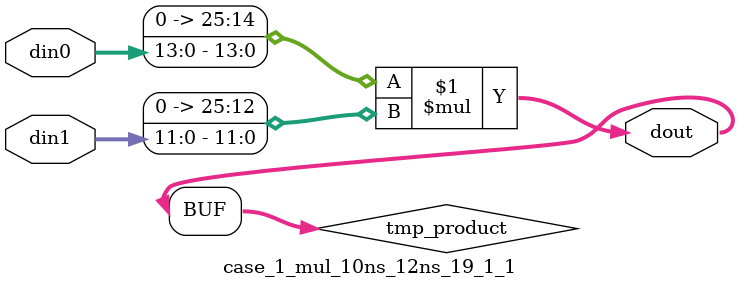
<source format=v>

`timescale 1 ns / 1 ps

 (* use_dsp = "no" *)  module case_1_mul_10ns_12ns_19_1_1(din0, din1, dout);
parameter ID = 1;
parameter NUM_STAGE = 0;
parameter din0_WIDTH = 14;
parameter din1_WIDTH = 12;
parameter dout_WIDTH = 26;

input [din0_WIDTH - 1 : 0] din0; 
input [din1_WIDTH - 1 : 0] din1; 
output [dout_WIDTH - 1 : 0] dout;

wire signed [dout_WIDTH - 1 : 0] tmp_product;
























assign tmp_product = $signed({1'b0, din0}) * $signed({1'b0, din1});











assign dout = tmp_product;





















endmodule

</source>
